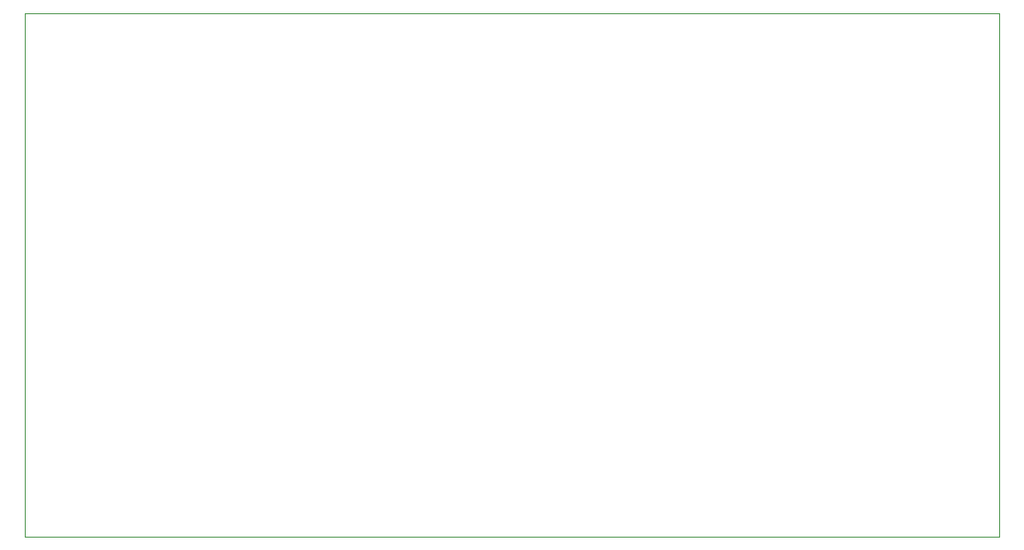
<source format=gm1>
G04 Layer_Color=16711935*
%FSLAX44Y44*%
%MOMM*%
G71*
G01*
G75*
%ADD87C,0.1000*%
D87*
X-479780Y-397885D02*
Y102105D01*
X436240D01*
X-479780Y-397885D02*
X390235D01*
X451220D01*
X436240Y102105D02*
X451220D01*
Y-397885D02*
Y102105D01*
M02*

</source>
